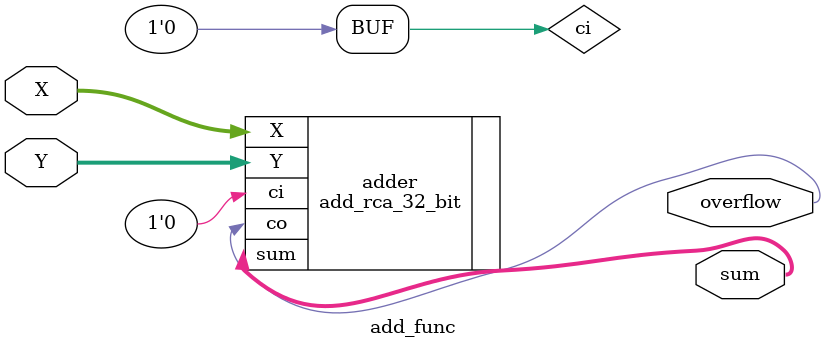
<source format=v>
`timescale 1ns / 1ps
`default_nettype none //helps catch typo-related bugs
module add_func(X,Y,sum,overflow);

	//parameter definitions

	//port definitions - customize for different bit widths
	input  wire [31:0] X;
	input  wire [31:0] Y;
	output wire [31:0] sum;
	output wire overflow;
	
	wire ci = 0;
	
	add_rca_32_bit adder (
    .X(X), 
    .Y(Y), 
    .ci(ci), 
    .sum(sum), 
    .co(overflow)
    );

	
	


endmodule
`default_nettype wire //some Xilinx IP requires that the default_nettype be set to wire

</source>
